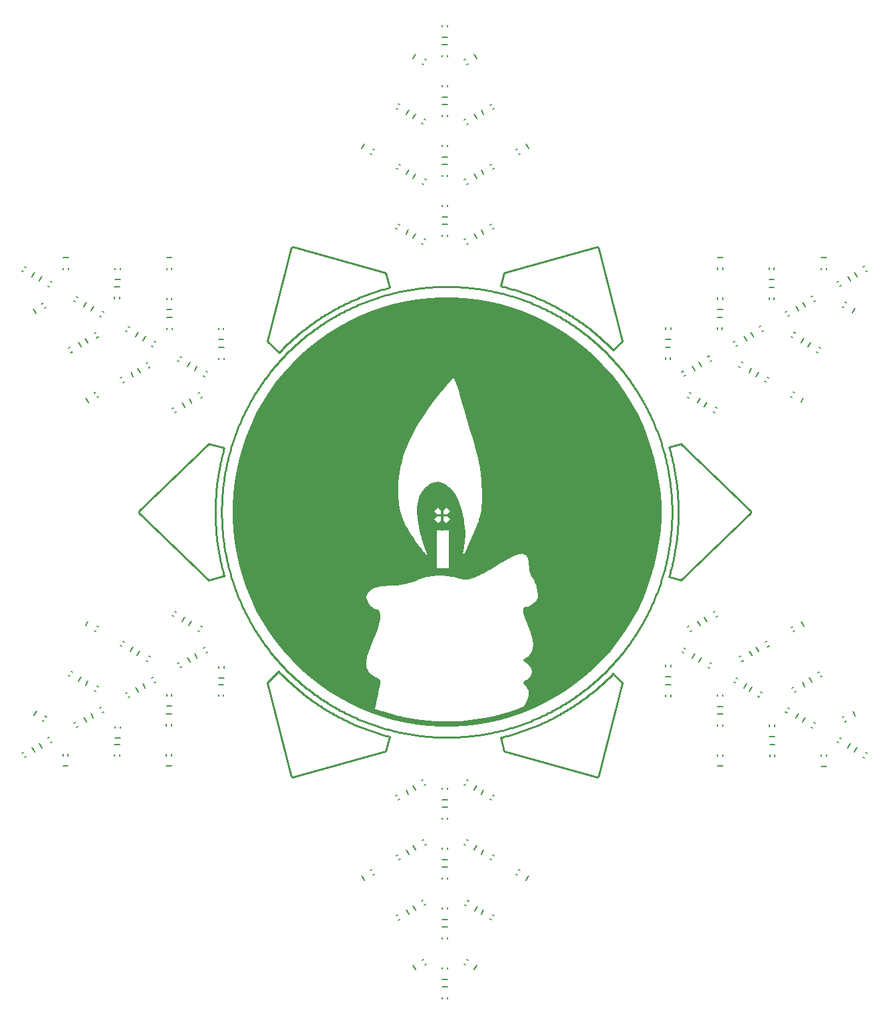
<source format=gto>
G04*
G04 #@! TF.GenerationSoftware,Altium Limited,Altium Designer,18.1.9 (240)*
G04*
G04 Layer_Color=65535*
%FSLAX25Y25*%
%MOIN*%
G70*
G01*
G75*
%ADD10C,0.01000*%
%ADD11C,0.00787*%
G36*
X272539Y369662D02*
X278533Y368986D01*
X284481Y367976D01*
X290361Y366634D01*
X296158Y364964D01*
X301852Y362971D01*
X307425Y360663D01*
X312860Y358046D01*
X318140Y355128D01*
X323247Y351918D01*
X328167Y348427D01*
X332883Y344666D01*
X337381Y340647D01*
X341647Y336381D01*
X345666Y331883D01*
X349427Y327167D01*
X352918Y322247D01*
X356128Y317140D01*
X359046Y311860D01*
X361663Y306425D01*
X363971Y300852D01*
X365964Y295158D01*
X367634Y289362D01*
X368976Y283481D01*
X369986Y277533D01*
X370662Y271539D01*
X371000Y265516D01*
Y262500D01*
Y259484D01*
X370662Y253461D01*
X369986Y247467D01*
X368976Y241519D01*
X367634Y235638D01*
X365964Y229842D01*
X363971Y224148D01*
X361663Y218575D01*
X359046Y213140D01*
X356128Y207860D01*
X352918Y202753D01*
X349427Y197833D01*
X345666Y193117D01*
X341647Y188619D01*
X337381Y184353D01*
X332883Y180334D01*
X328167Y176573D01*
X323247Y173082D01*
X318140Y169872D01*
X312860Y166955D01*
X307425Y164337D01*
X301852Y162029D01*
X296158Y160036D01*
X290361Y158366D01*
X284481Y157024D01*
X278533Y156014D01*
X272539Y155338D01*
X266516Y155000D01*
X260484D01*
X254461Y155338D01*
X248467Y156014D01*
X242519Y157024D01*
X236638Y158366D01*
X230842Y160036D01*
X225148Y162029D01*
X219575Y164337D01*
X214140Y166955D01*
X208860Y169872D01*
X203753Y173082D01*
X198833Y176573D01*
X194117Y180334D01*
X189619Y184353D01*
X185353Y188619D01*
X181334Y193117D01*
X177573Y197833D01*
X174082Y202753D01*
X170872Y207860D01*
X167955Y213140D01*
X165337Y218575D01*
X163029Y224148D01*
X161036Y229842D01*
X159366Y235638D01*
X158024Y241519D01*
X157014Y247467D01*
X156338Y253461D01*
X156000Y259484D01*
Y262500D01*
Y265516D01*
X156338Y271539D01*
X157014Y277533D01*
X158024Y283481D01*
X159366Y289362D01*
X161036Y295158D01*
X163029Y300852D01*
X165337Y306425D01*
X167955Y311860D01*
X170872Y317140D01*
X174082Y322247D01*
X177573Y327167D01*
X181334Y331883D01*
X185353Y336381D01*
X189619Y340647D01*
X194117Y344666D01*
X198833Y348427D01*
X203753Y351918D01*
X208860Y355128D01*
X214140Y358046D01*
X219575Y360663D01*
X225148Y362971D01*
X230842Y364964D01*
X236638Y366634D01*
X242519Y367976D01*
X248467Y368986D01*
X254461Y369662D01*
X260484Y370000D01*
X266516D01*
X272539Y369662D01*
D02*
G37*
%LPC*%
G36*
X266837Y329496D02*
X266750D01*
X266709Y329496D01*
X266629Y329479D01*
X266555Y329446D01*
X266489Y329399D01*
X266489D01*
X266488Y329398D01*
X266275Y329166D01*
X265903Y328760D01*
X265532Y328353D01*
X265163Y327945D01*
X264978Y327741D01*
X264763Y327503D01*
X264336Y327024D01*
X263913Y326541D01*
X263600Y326181D01*
X263492Y326056D01*
X263283Y325813D01*
X263283Y325813D01*
X263040Y325528D01*
X262968Y325443D01*
X262557Y324958D01*
X262076Y324386D01*
X261667Y323896D01*
X261597Y323812D01*
X261359Y323523D01*
X261359Y323523D01*
Y323523D01*
X259937Y321803D01*
X257189Y318284D01*
X254540Y314691D01*
X251990Y311026D01*
X249736Y307586D01*
X247822Y304350D01*
X246059Y301029D01*
X244451Y297631D01*
X243085Y294363D01*
X241969Y291232D01*
X241022Y288046D01*
X240248Y284814D01*
X239733Y282008D01*
X239409Y279649D01*
X239194Y277277D01*
X239086Y274898D01*
Y273304D01*
X239098Y272498D01*
X239123Y271693D01*
X239160Y270888D01*
X239237Y269639D01*
X239400Y267953D01*
X239624Y266273D01*
X239906Y264601D01*
X240230Y263029D01*
X240608Y261560D01*
X241058Y260112D01*
X241579Y258688D01*
X242194Y257231D01*
X242901Y255743D01*
X243672Y254288D01*
X244506Y252867D01*
X245527Y251289D01*
X246712Y249541D01*
X247932Y247818D01*
X249189Y246121D01*
X250000Y245073D01*
X250333Y244647D01*
X250667Y244224D01*
X251004Y243802D01*
X251316Y243415D01*
X251604Y243065D01*
X251894Y242717D01*
X252188Y242372D01*
X252337Y242201D01*
X252462Y242056D01*
X252653Y241836D01*
X252713Y241768D01*
X252964Y241480D01*
X252964Y241480D01*
X253217Y241193D01*
X253352Y241042D01*
X253371Y241028D01*
X253392Y241018D01*
X253415Y241013D01*
X253438D01*
X253459Y241017D01*
X253459Y241017D01*
X253479Y241026D01*
X253479D01*
X253479Y241026D01*
X253498Y241038D01*
X253498D01*
X253505Y241045D01*
X253505D01*
X253519Y241059D01*
X253539Y241090D01*
X253554Y241125D01*
X253561Y241161D01*
Y241187D01*
X253560Y241201D01*
X253558Y241214D01*
X253555Y241227D01*
X253516Y241359D01*
X253441Y241610D01*
X253401Y241742D01*
X253400D01*
X253400Y241742D01*
X253400Y241742D01*
X253364Y241859D01*
X253288Y242103D01*
X253287Y242109D01*
X253247Y242233D01*
X253247Y242233D01*
X253200Y242382D01*
X253101Y242679D01*
X253000Y242975D01*
X252895Y243270D01*
X252778Y243588D01*
X252649Y243930D01*
X252519Y244271D01*
X252385Y244611D01*
X252357Y244681D01*
X252317Y244780D01*
X252317Y244780D01*
X252151Y245211D01*
X252065Y245438D01*
X251907Y245881D01*
X251758Y246327D01*
X251687Y246551D01*
X251687Y246551D01*
X251589Y246864D01*
X251398Y247491D01*
X251212Y248119D01*
X251070Y248610D01*
X250943Y249056D01*
X250941Y249064D01*
X250941Y249064D01*
X250815Y249518D01*
X250657Y250096D01*
X250474Y250786D01*
X250296Y251477D01*
X250209Y251823D01*
X250129Y252148D01*
X249972Y252798D01*
X249822Y253450D01*
X249677Y254103D01*
X249607Y254430D01*
X249607Y254430D01*
X249424Y255331D01*
X249107Y257143D01*
X248856Y258965D01*
X248671Y260796D01*
X248603Y261713D01*
X248592Y261896D01*
X248574Y262263D01*
X248562Y262630D01*
X248556Y262997D01*
X248556Y263181D01*
X248563Y263747D01*
X248619Y264879D01*
X248732Y266006D01*
X248901Y267127D01*
X249007Y267683D01*
X249007D01*
X249007Y267683D01*
X249144Y268298D01*
X249495Y269506D01*
X249946Y270681D01*
X250492Y271815D01*
X250800Y272364D01*
X251111Y272861D01*
X251806Y273804D01*
X252594Y274671D01*
X253467Y275452D01*
X253933Y275808D01*
X253933Y275808D01*
X254294Y276058D01*
X255047Y276507D01*
X255836Y276888D01*
X256657Y277198D01*
X257076Y277326D01*
Y277326D01*
X257300Y277384D01*
X257752Y277478D01*
X258210Y277541D01*
X258671Y277572D01*
X258902Y277576D01*
X259069Y277574D01*
X259405Y277557D01*
X259738Y277524D01*
X260070Y277475D01*
X260235Y277444D01*
X260653Y277348D01*
X261471Y277092D01*
X262258Y276751D01*
X263004Y276330D01*
X263360Y276090D01*
X263775Y275784D01*
X264578Y275134D01*
X265340Y274437D01*
X266057Y273695D01*
X266399Y273308D01*
X266898Y272698D01*
X267814Y271417D01*
X268614Y270061D01*
X269292Y268640D01*
X269585Y267908D01*
X269932Y266951D01*
X270566Y265017D01*
X271120Y263059D01*
X271593Y261079D01*
X271799Y260082D01*
X271992Y259045D01*
X272313Y256960D01*
X272549Y254863D01*
X272700Y252759D01*
X272743Y251705D01*
X272746Y251596D01*
X272751Y251379D01*
X272755Y251163D01*
X272756Y250946D01*
X272757Y250838D01*
X272745Y250042D01*
X272655Y248453D01*
X272475Y246872D01*
X272206Y245304D01*
X272038Y244526D01*
X272038D01*
X272038Y244526D01*
X272009Y244400D01*
X271955Y244151D01*
X271954Y244148D01*
X271937Y244068D01*
X271901Y243896D01*
X271851Y243643D01*
X271828Y243516D01*
X271807Y243406D01*
X271769Y243183D01*
X271734Y242961D01*
X271703Y242738D01*
X271678Y242534D01*
X271660Y242374D01*
X271657Y242351D01*
X271657Y242350D01*
X271638Y242168D01*
X271638Y242165D01*
X271622Y241985D01*
X271622Y241985D01*
X271614Y241893D01*
X271614Y241890D01*
X271614Y241885D01*
X271613Y241880D01*
X271613Y241875D01*
X271613Y241875D01*
Y241847D01*
X271623Y241798D01*
X271623Y241798D01*
X271642Y241751D01*
X271670Y241710D01*
X271688Y241692D01*
X271688Y241692D01*
X271715Y241665D01*
X271715Y241665D01*
X271715Y241665D01*
X271778Y241623D01*
X271778Y241623D01*
X271778Y241623D01*
X271848Y241594D01*
X271848Y241594D01*
X271848D01*
X271922Y241579D01*
X271922Y241579D01*
X271960Y241579D01*
X271960Y241579D01*
X272014Y241579D01*
X272014Y241579D01*
X272053Y241590D01*
X272118Y241609D01*
X272118D01*
X272210Y241667D01*
X272210Y241667D01*
X272283Y241747D01*
X272283Y241748D01*
X272336Y241858D01*
X272336Y241858D01*
X272354Y241895D01*
X272680Y242569D01*
X273422Y244115D01*
X274160Y245665D01*
X274892Y247216D01*
X275606Y248738D01*
X276291Y250235D01*
X276961Y251739D01*
X277616Y253250D01*
X277936Y254008D01*
X278162Y254543D01*
X278586Y255626D01*
X278980Y256718D01*
X279345Y257821D01*
X279512Y258377D01*
X279512D01*
X279630Y258768D01*
X279854Y259551D01*
X280066Y260338D01*
X280267Y261128D01*
X280362Y261524D01*
X280438Y261839D01*
X280570Y262472D01*
X280685Y263109D01*
X280782Y263749D01*
X280864Y264428D01*
X280935Y265145D01*
X280988Y265863D01*
X281024Y266582D01*
X281034Y266943D01*
X281034D01*
X281048Y267464D01*
X281069Y268507D01*
X281083Y269550D01*
X281090Y270594D01*
X281090Y270863D01*
X281090Y271116D01*
X281090Y271126D01*
X281090Y271142D01*
X281090Y271156D01*
Y271195D01*
X281090Y271300D01*
X281090Y271326D01*
X281090Y271326D01*
X281089Y272208D01*
X281053Y273973D01*
X280984Y275736D01*
X280881Y277498D01*
X280749Y279201D01*
X280583Y280843D01*
X280379Y282481D01*
X280137Y284114D01*
X279997Y284928D01*
X279997Y284928D01*
X279845Y285814D01*
X279503Y287580D01*
X279126Y289339D01*
X278712Y291090D01*
X278207Y293042D01*
X277625Y295198D01*
X277020Y297348D01*
X276391Y299490D01*
X276064Y300558D01*
X276064Y300558D01*
X275900Y301097D01*
X275572Y302175D01*
X275246Y303253D01*
X274921Y304331D01*
X274758Y304871D01*
X274574Y305484D01*
X274207Y306712D01*
X273840Y307940D01*
X273474Y309168D01*
X273292Y309782D01*
X273116Y310375D01*
X272765Y311561D01*
X272415Y312747D01*
X272066Y313933D01*
X271891Y314526D01*
X271891Y314526D01*
X271754Y314995D01*
X271481Y315931D01*
X271209Y316868D01*
X270939Y317806D01*
X270805Y318275D01*
X270805Y318275D01*
X270805Y318275D01*
X270597Y319001D01*
X270177Y320451D01*
X269754Y321900D01*
X269326Y323347D01*
X269110Y324071D01*
X268991Y324469D01*
X268743Y325261D01*
X268483Y326050D01*
X268212Y326835D01*
X268070Y327226D01*
X267983Y327468D01*
X267799Y327950D01*
X267606Y328428D01*
X267406Y328902D01*
X267301Y329138D01*
X267301Y329138D01*
X267301Y329138D01*
X267265Y329218D01*
X267152Y329350D01*
X267152Y329351D01*
X267005Y329446D01*
X267005Y329446D01*
X266966Y329457D01*
X266966Y329457D01*
X266954Y329461D01*
X266837Y329496D01*
D02*
G37*
G36*
X263113Y264806D02*
X261721Y263414D01*
Y261466D01*
X263670D01*
X265062Y262857D01*
X263113Y264806D01*
D02*
G37*
G36*
X259071D02*
X257122Y262857D01*
X258514Y261466D01*
X260463D01*
Y263414D01*
X259071Y264806D01*
D02*
G37*
G36*
X263670Y260207D02*
X261721D01*
Y258259D01*
X263113Y256867D01*
X265062Y258815D01*
X263670Y260207D01*
D02*
G37*
G36*
X260463D02*
X258514D01*
X257122Y258815D01*
X259071Y256867D01*
X260463Y258259D01*
Y260207D01*
D02*
G37*
G36*
X301381Y241510D02*
X301104D01*
X300994Y241506D01*
X300884Y241497D01*
X300774Y241485D01*
X300286Y241412D01*
X299426Y241238D01*
X298576Y241021D01*
X297762Y240768D01*
X297739Y240761D01*
X297327Y240610D01*
X297327Y240610D01*
X297184Y240557D01*
X296903Y240445D01*
X296902Y240444D01*
X296896Y240442D01*
X296624Y240324D01*
X296348Y240196D01*
X296009Y240025D01*
X295602Y239818D01*
X295198Y239606D01*
X294795Y239391D01*
X294371Y239160D01*
X293924Y238911D01*
X293479Y238658D01*
X293037Y238402D01*
X292817Y238272D01*
Y238272D01*
X292603Y238146D01*
X292178Y237889D01*
X291755Y237628D01*
X291335Y237363D01*
X291126Y237229D01*
X291126Y237229D01*
X290603Y236894D01*
X289553Y236232D01*
X288498Y235579D01*
X287436Y234936D01*
X286903Y234618D01*
X286903D01*
X286409Y234327D01*
X285416Y233753D01*
X284416Y233191D01*
X283410Y232641D01*
X282905Y232369D01*
X282461Y232135D01*
X281570Y231675D01*
X280673Y231226D01*
X279770Y230789D01*
X279317Y230575D01*
X279317Y230575D01*
X278896Y230382D01*
X278226Y230089D01*
X277489Y229787D01*
X276804Y229528D01*
X276369Y229371D01*
X276369Y229371D01*
X275931Y229222D01*
X275630Y229123D01*
X275133Y228969D01*
X274633Y228824D01*
X274383Y228755D01*
X274227Y228716D01*
X273913Y228653D01*
X273595Y228611D01*
X273275Y228590D01*
X273115Y228587D01*
X273102Y228587D01*
X273094Y228587D01*
X273081Y228587D01*
X272896Y228591D01*
X272526Y228612D01*
X272158Y228653D01*
X272077Y228666D01*
X271611Y228749D01*
X271611Y228749D01*
X271153Y228849D01*
X270514Y228992D01*
X269784Y229161D01*
X269056Y229335D01*
X268692Y229425D01*
X268049Y229584D01*
X266753Y229862D01*
X265449Y230099D01*
X264138Y230295D01*
X263016Y230427D01*
X262085Y230509D01*
X261152Y230564D01*
X260218Y230591D01*
X259600Y230591D01*
X259299Y230589D01*
X259009Y230583D01*
X258998Y230583D01*
X258995Y230583D01*
X258697Y230574D01*
X258547Y230569D01*
X258547Y230569D01*
X257964Y230547D01*
X256802Y230455D01*
X255644Y230315D01*
X254493Y230127D01*
X253922Y230010D01*
Y230010D01*
X253373Y229897D01*
X252284Y229620D01*
X251210Y229293D01*
X250152Y228918D01*
X249632Y228706D01*
X249632Y228706D01*
Y228706D01*
X249141Y228507D01*
X248153Y228124D01*
X247158Y227758D01*
X246158Y227409D01*
X245655Y227241D01*
X245655Y227241D01*
Y227241D01*
X245214Y227099D01*
X244335Y226836D01*
X243447Y226595D01*
X242561Y226380D01*
X242103Y226278D01*
X241643Y226183D01*
X240816Y226029D01*
X239953Y225894D01*
X239086Y225784D01*
X238652Y225738D01*
X238195Y225695D01*
X237280Y225627D01*
X236363Y225582D01*
X235446Y225558D01*
X234987Y225555D01*
X234170Y225554D01*
X232538Y225461D01*
X230914Y225276D01*
X229303Y225000D01*
X228507Y224817D01*
X228507Y224817D01*
Y224817D01*
X227921Y224683D01*
X226798Y224254D01*
X225745Y223675D01*
X224781Y222957D01*
X224353Y222534D01*
X224353Y222534D01*
X224088Y222272D01*
X224026Y222180D01*
X223670Y221653D01*
X223382Y220964D01*
X223236Y220232D01*
Y219859D01*
X223236Y219789D01*
X223241Y219650D01*
X223251Y219510D01*
X223267Y219371D01*
X223352Y218802D01*
X223659Y217837D01*
X224114Y216933D01*
X224708Y216113D01*
X225065Y215755D01*
X225065Y215755D01*
X225065Y215755D01*
X225167Y215653D01*
X225377Y215455D01*
X225592Y215263D01*
X225812Y215077D01*
X225924Y214987D01*
X226034Y214899D01*
X226260Y214730D01*
X226490Y214567D01*
X226725Y214411D01*
X226947Y214274D01*
X227156Y214153D01*
X227369Y214038D01*
X227586Y213931D01*
X227695Y213880D01*
X227767Y213847D01*
X227915Y213798D01*
X228068Y213764D01*
X228224Y213747D01*
X228302Y213747D01*
X228302Y213747D01*
X228560Y213727D01*
X229050Y213563D01*
X229463Y213253D01*
X229628Y213014D01*
X229848Y212586D01*
X229960Y212133D01*
X230041Y211759D01*
X230120Y211198D01*
X230160Y210633D01*
X230165Y210350D01*
X230164Y210238D01*
X230158Y210012D01*
X230145Y209787D01*
X230126Y209562D01*
X230115Y209450D01*
X230035Y208821D01*
X229826Y207569D01*
X229551Y206329D01*
X229210Y205107D01*
X229015Y204503D01*
X228736Y203690D01*
X228152Y202076D01*
X227532Y200474D01*
X226878Y198886D01*
X226537Y198098D01*
X226537D01*
X226537Y198098D01*
X226149Y197212D01*
X225415Y195422D01*
X224723Y193615D01*
X224075Y191792D01*
X223773Y190873D01*
X223602Y190354D01*
X223344Y189291D01*
X223171Y188211D01*
X223084Y187121D01*
Y186574D01*
X223084Y186511D01*
X223084Y186511D01*
X223085Y186385D01*
X223086Y186384D01*
X223088Y186259D01*
X223088Y186256D01*
X223091Y186133D01*
X223094Y186070D01*
X223094Y186070D01*
X223110Y185619D01*
X223117Y185580D01*
X223276Y184732D01*
X223572Y183879D01*
X223990Y183080D01*
X224256Y182715D01*
X224543Y182323D01*
X225206Y181610D01*
X225948Y180980D01*
X226759Y180443D01*
X227193Y180224D01*
X227324Y180158D01*
X227583Y180023D01*
X227594Y180017D01*
X227971Y179813D01*
X228242Y179659D01*
X228409Y179564D01*
X228323Y179613D01*
X228339Y179604D01*
X228460Y179534D01*
X228409Y179564D01*
X228502Y179510D01*
X228525Y179496D01*
X228901Y179266D01*
X228981Y179215D01*
X229068Y179160D01*
X229120Y179128D01*
X229120Y179128D01*
X229210Y179068D01*
X229389Y178948D01*
X229442Y178911D01*
X229828Y178638D01*
X230065Y178235D01*
X230111Y178050D01*
X230147Y177830D01*
X230166Y177608D01*
X230168Y177497D01*
X230130Y177048D01*
X230130Y177047D01*
X230130D01*
X230130Y177047D01*
X230018Y176383D01*
X229790Y175056D01*
X229556Y173731D01*
X229317Y172406D01*
X229196Y171744D01*
X229196Y171744D01*
X229077Y171107D01*
X228833Y169836D01*
X228578Y168566D01*
X228315Y167298D01*
X228180Y166665D01*
X228103Y166326D01*
X227929Y165654D01*
X227727Y164989D01*
X227497Y164333D01*
X227373Y164009D01*
X227373Y164009D01*
X227910Y163812D01*
X228989Y163429D01*
X230073Y163059D01*
X231160Y162700D01*
X231706Y162526D01*
X232754Y162193D01*
X234865Y161570D01*
X236989Y160992D01*
X239124Y160458D01*
X240197Y160213D01*
X242204Y159756D01*
X246252Y159000D01*
X250326Y158402D01*
X254420Y157966D01*
X257062Y157788D01*
X258239Y157723D01*
X259416Y157670D01*
X260594Y157631D01*
X261473Y157612D01*
X262052Y157602D01*
X262631Y157596D01*
X263210Y157592D01*
X265839D01*
X270513Y157801D01*
X275173Y158218D01*
X279809Y158841D01*
X284414Y159671D01*
X288976Y160706D01*
X293488Y161943D01*
X297940Y163379D01*
X300132Y164196D01*
X301907Y164959D01*
X302011Y165155D01*
X302232Y165541D01*
X302467Y165918D01*
X302717Y166286D01*
X302848Y166466D01*
Y166466D01*
X302920Y166563D01*
X303055Y166766D01*
X303180Y166974D01*
X303180Y166974D01*
X303295Y167188D01*
X303412Y167435D01*
X303535Y167712D01*
X303536Y167713D01*
X303551Y167750D01*
X303653Y167993D01*
X303763Y168277D01*
X303868Y168569D01*
X303967Y168870D01*
X304060Y169173D01*
X304145Y169479D01*
X304219Y169770D01*
X304279Y170048D01*
X304330Y170328D01*
X304371Y170609D01*
X304408Y170933D01*
X304439Y171298D01*
X304461Y171664D01*
X304474Y172030D01*
X304475Y172217D01*
X304475Y172224D01*
X304475Y172238D01*
Y172366D01*
X304458Y172615D01*
X304422Y172862D01*
X304369Y173106D01*
X304335Y173225D01*
X304299Y173347D01*
X304210Y173583D01*
X304140Y173734D01*
X304104Y173813D01*
X304103Y173813D01*
X303980Y174033D01*
X303911Y174138D01*
X303911Y174138D01*
X303813Y174285D01*
X303610Y174573D01*
X303399Y174855D01*
X303180Y175131D01*
X303067Y175266D01*
X303067Y175266D01*
X302990Y175358D01*
X302837Y175543D01*
X302687Y175730D01*
X302538Y175918D01*
X302464Y176012D01*
X302403Y176092D01*
X302282Y176253D01*
X302164Y176417D01*
X302049Y176582D01*
X301993Y176665D01*
X301948Y176732D01*
X301860Y176866D01*
X301797Y176964D01*
X301874Y177398D01*
X301893Y177480D01*
X302010Y177555D01*
X302133Y177633D01*
X302255Y177710D01*
X302389Y177795D01*
X302534Y177887D01*
X302680Y177979D01*
X302825Y178071D01*
X302898Y178117D01*
X302979Y178168D01*
X303141Y178270D01*
X303303Y178372D01*
X303465Y178473D01*
X303827Y178700D01*
X304345Y179111D01*
X304815Y179577D01*
X305230Y180093D01*
X305407Y180373D01*
X305407D01*
X305560Y180613D01*
X305794Y181131D01*
X305953Y181677D01*
X306021Y182154D01*
X306033Y182241D01*
X306033Y182245D01*
X306033Y182525D01*
X306033Y182526D01*
X306033Y182541D01*
X306033Y182543D01*
X306033Y182572D01*
X306033Y182575D01*
X306032Y182603D01*
X306032Y182610D01*
X306032Y182634D01*
X306031Y182650D01*
X306031Y182650D01*
X306021Y182966D01*
X305994Y183130D01*
X305915Y183590D01*
X305725Y184194D01*
X305454Y184766D01*
X305280Y185031D01*
X305079Y185337D01*
X304625Y185912D01*
X304121Y186445D01*
X303573Y186931D01*
X303278Y187149D01*
X303278Y187149D01*
X301847Y188207D01*
X301869Y188707D01*
X303351Y189608D01*
X303351Y189608D01*
X303351Y189608D01*
X303583Y189749D01*
X303744Y189867D01*
X304021Y190069D01*
X304430Y190425D01*
X304672Y190674D01*
X304808Y190815D01*
X304880Y190903D01*
X304979Y191025D01*
Y191025D01*
X305157Y191243D01*
X305266Y191399D01*
X305480Y191705D01*
X305766Y192189D01*
X306015Y192695D01*
X306231Y193232D01*
X306413Y193798D01*
X306554Y194376D01*
X306654Y194963D01*
X306683Y195259D01*
X306696Y195385D01*
X306714Y195636D01*
X306726Y195888D01*
X306733Y196141D01*
X306733Y196267D01*
Y196454D01*
X306719Y196828D01*
X306692Y197202D01*
X306651Y197574D01*
X306624Y197759D01*
X306624Y197759D01*
X306598Y197938D01*
X306534Y198294D01*
X306459Y198648D01*
X306372Y198999D01*
X306246Y199448D01*
X306086Y199997D01*
X305922Y200544D01*
X305816Y200886D01*
X305753Y201090D01*
X305666Y201362D01*
X305602Y201561D01*
X305567Y201671D01*
X305512Y201835D01*
X305363Y202288D01*
X305154Y202904D01*
X304940Y203517D01*
X304830Y203823D01*
X304830Y203823D01*
X304721Y204126D01*
X304498Y204730D01*
X304269Y205332D01*
X304035Y205931D01*
X303915Y206230D01*
X303915Y206230D01*
X303694Y206786D01*
X303260Y207900D01*
X302837Y209018D01*
X302425Y210141D01*
X302223Y210704D01*
X302223Y210704D01*
X302223D01*
X302123Y211001D01*
X301948Y211603D01*
X301809Y212214D01*
X301706Y212832D01*
X301669Y213143D01*
X301666Y213168D01*
X301662Y213217D01*
X301659Y213267D01*
X301658Y213317D01*
X301658Y213341D01*
X301663Y213481D01*
X301705Y213759D01*
X301788Y214026D01*
X301910Y214279D01*
X301984Y214398D01*
X302075Y214514D01*
X302295Y214711D01*
X302556Y214849D01*
X302842Y214920D01*
X302990Y214929D01*
X302990Y214929D01*
X303196D01*
X303605Y214973D01*
X304006Y215060D01*
X304397Y215191D01*
X304825Y215387D01*
X305297Y215633D01*
X305756Y215901D01*
X306201Y216193D01*
X306631Y216508D01*
X307046Y216843D01*
X307443Y217200D01*
X307821Y217575D01*
X308001Y217773D01*
X308001D01*
X308141Y217926D01*
X308388Y218261D01*
X308598Y218620D01*
X308769Y218999D01*
X308834Y219197D01*
X308901Y219398D01*
X309002Y219810D01*
X309069Y220229D01*
X309103Y220652D01*
Y220914D01*
X309101Y221015D01*
X309097Y221116D01*
X309091Y221217D01*
X309060Y221635D01*
X308976Y222366D01*
X308866Y223094D01*
X308728Y223818D01*
X308559Y224557D01*
X308358Y225310D01*
X308128Y226055D01*
X307872Y226791D01*
X307608Y227466D01*
X307328Y228075D01*
X307014Y228667D01*
X306740Y229116D01*
X306665Y229239D01*
X306475Y229514D01*
X306475Y229515D01*
X306475Y229515D01*
X306475Y229515D01*
X306474Y229516D01*
X306212Y229917D01*
X306169Y229984D01*
X305980Y230305D01*
X305802Y230633D01*
X305717Y230800D01*
X305641Y230957D01*
X305499Y231278D01*
X305370Y231604D01*
X305256Y231936D01*
X305205Y232103D01*
X305151Y232291D01*
X305055Y232668D01*
X304972Y233049D01*
X304904Y233433D01*
X304875Y233626D01*
X304842Y233871D01*
X304783Y234364D01*
X304732Y234857D01*
X304709Y235137D01*
X304674Y235596D01*
X304674Y235598D01*
X304674D01*
X304674Y235598D01*
X304673Y235610D01*
X304644Y236052D01*
X304643Y236059D01*
X304542Y236956D01*
X304399Y237854D01*
X304213Y238745D01*
X304029Y239460D01*
X303793Y239974D01*
X303467Y240437D01*
X303064Y240834D01*
X302831Y240994D01*
X302647Y241119D01*
X302246Y241312D01*
X301821Y241443D01*
X301381Y241510D01*
D02*
G37*
G36*
X264396Y253314D02*
X258491D01*
Y234417D01*
X264396D01*
Y253314D01*
D02*
G37*
%LPD*%
D10*
X376376Y262500D02*
X376371Y263500D01*
X376358Y264500D01*
X376336Y265501D01*
X376305Y266500D01*
X376265Y267500D01*
X376216Y268499D01*
X376159Y269498D01*
X376092Y270496D01*
X376017Y271493D01*
X375933Y272490D01*
X375840Y273486D01*
X375738Y274481D01*
X375628Y275475D01*
X375508Y276468D01*
X375380Y277461D01*
X375243Y278451D01*
X375097Y279441D01*
X374943Y280429D01*
X374780Y281416D01*
X374607Y282402D01*
X374427Y283385D01*
X374237Y284368D01*
X374039Y285348D01*
X373832Y286327D01*
X373617Y287304D01*
X373393Y288279D01*
X373160Y289251D01*
X372919Y290222D01*
X372669Y291191D01*
X372410Y292157D01*
X372143Y293121D01*
X371867Y294083D01*
X371583Y295042D01*
X371291Y295998D01*
X370990Y296952D01*
X370680Y297903D01*
X370362Y298852D01*
X370036Y299797D01*
X369701Y300740D01*
X369358Y301680D01*
X369007Y302616D01*
X368647Y303550D01*
X368279Y304480D01*
X367903Y305407D01*
X367519Y306330D01*
X367126Y307250D01*
X366725Y308167D01*
X366317Y309080D01*
X365900Y309989D01*
X365475Y310895D01*
X365042Y311797D01*
X364601Y312695D01*
X364153Y313589D01*
X363696Y314478D01*
X363231Y315364D01*
X362759Y316246D01*
X362279Y317124D01*
X361791Y317997D01*
X361295Y318866D01*
X360792Y319730D01*
X360281Y320590D01*
X359762Y321445D01*
X359236Y322296D01*
X358702Y323142D01*
X358161Y323984D01*
X357612Y324820D01*
X357057Y325652D01*
X356493Y326478D01*
X355923Y327300D01*
X355345Y328116D01*
X354760Y328928D01*
X354167Y329734D01*
X353568Y330535D01*
X352961Y331330D01*
X352348Y332120D01*
X351728Y332905D01*
X351100Y333684D01*
X350466Y334457D01*
X349825Y335225D01*
X349177Y335987D01*
X348522Y336744D01*
X347861Y337494D01*
X347193Y338239D01*
X346519Y338978D01*
X345838Y339710D01*
X345150Y340437D01*
X344456Y341158D01*
X343756Y341872D01*
X343050Y342580D01*
X342337Y343282D01*
X341618Y343977D01*
X340893Y344667D01*
X340161Y345349D01*
X339424Y346025D01*
X338681Y346695D01*
X337932Y347358D01*
X337177Y348014D01*
X336416Y348664D01*
X335650Y349306D01*
X334878Y349942D01*
X334100Y350571D01*
X333317Y351194D01*
X332528Y351809D01*
X331734Y352417D01*
X330934Y353018D01*
X330130Y353612D01*
X329320Y354199D01*
X328504Y354779D01*
X327684Y355351D01*
X326859Y355917D01*
X326028Y356474D01*
X325193Y357025D01*
X324353Y357568D01*
X323508Y358103D01*
X322658Y358631D01*
X321804Y359152D01*
X320945Y359665D01*
X320082Y360170D01*
X319214Y360667D01*
X318342Y361157D01*
X317466Y361640D01*
X316585Y362114D01*
X315700Y362580D01*
X314811Y363039D01*
X313918Y363490D01*
X313021Y363933D01*
X312121Y364368D01*
X311216Y364794D01*
X310307Y365213D01*
X309395Y365624D01*
X308480Y366027D01*
X307560Y366421D01*
X306638Y366808D01*
X305712Y367186D01*
X304782Y367556D01*
X303850Y367917D01*
X302914Y368271D01*
X301975Y368616D01*
X301033Y368953D01*
X300088Y369281D01*
X299141Y369601D01*
X298190Y369913D01*
X297237Y370216D01*
X296281Y370511D01*
X295322Y370797D01*
X294361Y371075D01*
X293398Y371344D01*
X292432Y371605D01*
X291464Y371857D01*
X290494Y372100D01*
X289522Y372335D01*
X288547Y372562D01*
X287571Y372779D01*
X286593Y372988D01*
X285613Y373189D01*
X284631Y373380D01*
X283647Y373563D01*
X282662Y373737D01*
X281676Y373903D01*
X280688Y374060D01*
X279699Y374207D01*
X278708Y374347D01*
X277716Y374477D01*
X276723Y374599D01*
X275729Y374711D01*
X274734Y374815D01*
X273739Y374910D01*
X272742Y374997D01*
X271745Y375074D01*
X270747Y375143D01*
X269748Y375203D01*
X268749Y375254D01*
X267750Y375296D01*
X266750Y375329D01*
X265750Y375353D01*
X264750Y375369D01*
X263750Y375376D01*
X262749Y375373D01*
X261749Y375362D01*
X260749Y375342D01*
X259749Y375313D01*
X258750Y375276D01*
X257750Y375229D01*
X256752Y375174D01*
X255753Y375110D01*
X254756Y375037D01*
X253759Y374955D01*
X252763Y374864D01*
X251767Y374764D01*
X250773Y374656D01*
X249779Y374539D01*
X248787Y374413D01*
X247796Y374278D01*
X246806Y374134D01*
X245817Y373982D01*
X244830Y373821D01*
X243844Y373651D01*
X242860Y373473D01*
X241877Y373285D01*
X240896Y373090D01*
X239917Y372885D01*
X238940Y372672D01*
X237965Y372449D01*
X236991Y372219D01*
X236020Y371980D01*
X235051Y371732D01*
X234084Y371476D01*
X233119Y371211D01*
X232157Y370937D01*
X231197Y370655D01*
X230240Y370364D01*
X229286Y370065D01*
X228334Y369758D01*
X227385Y369442D01*
X226438Y369118D01*
X225495Y368785D01*
X224554Y368444D01*
X223617Y368095D01*
X222683Y367738D01*
X221752Y367372D01*
X220824Y366998D01*
X219900Y366615D01*
X218979Y366225D01*
X218061Y365826D01*
X217147Y365419D01*
X216237Y365005D01*
X215331Y364582D01*
X214428Y364151D01*
X213529Y363712D01*
X212634Y363265D01*
X211743Y362810D01*
X210856Y362348D01*
X209974Y361877D01*
X209095Y361399D01*
X208221Y360913D01*
X207351Y360419D01*
X206485Y359918D01*
X205624Y359409D01*
X204767Y358892D01*
X203916Y358368D01*
X203068Y357836D01*
X202226Y357297D01*
X201388Y356750D01*
X200555Y356196D01*
X199727Y355634D01*
X198905Y355066D01*
X198087Y354489D01*
X197274Y353906D01*
X196467Y353316D01*
X195665Y352718D01*
X194868Y352114D01*
X194076Y351502D01*
X193290Y350883D01*
X192510Y350257D01*
X191735Y349625D01*
X190966Y348985D01*
X190202Y348339D01*
X189444Y347686D01*
X188692Y347027D01*
X187946Y346360D01*
X187206Y345688D01*
X186472Y345008D01*
X185744Y344322D01*
X185022Y343630D01*
X184306Y342932D01*
X183596Y342227D01*
X182893Y341515D01*
X182196Y340798D01*
X181505Y340074D01*
X180821Y339345D01*
X180143Y338609D01*
X179472Y337867D01*
X178807Y337120D01*
X178149Y336366D01*
X177498Y335607D01*
X176854Y334842D01*
X176216Y334071D01*
X175585Y333295D01*
X174961Y332513D01*
X174344Y331726D01*
X173734Y330933D01*
X173131Y330135D01*
X172536Y329331D01*
X171947Y328522D01*
X171365Y327709D01*
X170791Y326889D01*
X170224Y326065D01*
X169664Y325236D01*
X169112Y324402D01*
X168567Y323563D01*
X168030Y322720D01*
X167500Y321871D01*
X166978Y321018D01*
X166463Y320161D01*
X165956Y319298D01*
X165456Y318432D01*
X164964Y317561D01*
X164480Y316685D01*
X164004Y315806D01*
X163535Y314922D01*
X163075Y314034D01*
X162622Y313142D01*
X162177Y312246D01*
X161741Y311346D01*
X161312Y310442D01*
X160891Y309535D01*
X160478Y308624D01*
X160073Y307709D01*
X159677Y306791D01*
X159288Y305869D01*
X158908Y304944D01*
X158536Y304015D01*
X158172Y303083D01*
X157817Y302149D01*
X157469Y301210D01*
X157131Y300269D01*
X156800Y299325D01*
X156478Y298378D01*
X156164Y297428D01*
X155859Y296476D01*
X155562Y295520D01*
X155274Y294563D01*
X154994Y293602D01*
X154722Y292640D01*
X154460Y291674D01*
X154205Y290707D01*
X153960Y289737D01*
X153723Y288766D01*
X153494Y287792D01*
X153274Y286816D01*
X153063Y285838D01*
X152861Y284858D01*
X152667Y283877D01*
X152482Y282894D01*
X152305Y281909D01*
X152138Y280923D01*
X151979Y279936D01*
X151829Y278947D01*
X151687Y277957D01*
X151555Y276965D01*
X151431Y275972D01*
X151316Y274979D01*
X151210Y273984D01*
X151112Y272989D01*
X151024Y271992D01*
X150944Y270995D01*
X150873Y269997D01*
X150811Y268999D01*
X150758Y268000D01*
X150714Y267001D01*
X150679Y266001D01*
X150652Y265001D01*
X150634Y264001D01*
X150625Y263001D01*
Y262000D01*
X150634Y261000D01*
X150652Y260000D01*
X150678Y259000D01*
X150714Y258000D01*
X150758Y257001D01*
X150811Y256002D01*
X150873Y255004D01*
X150944Y254006D01*
X151024Y253009D01*
X151112Y252013D01*
X151210Y251017D01*
X151316Y250022D01*
X151431Y249029D01*
X151555Y248036D01*
X151687Y247045D01*
X151829Y246054D01*
X151979Y245065D01*
X152138Y244078D01*
X152305Y243092D01*
X152482Y242107D01*
X152667Y241124D01*
X152860Y240143D01*
X153063Y239163D01*
X153274Y238185D01*
X153494Y237210D01*
X153722Y236236D01*
X153959Y235264D01*
X154205Y234294D01*
X154459Y233327D01*
X154722Y232362D01*
X154993Y231399D01*
X155273Y230438D01*
X155562Y229481D01*
X155859Y228525D01*
X156164Y227573D01*
X156478Y226623D01*
X156800Y225676D01*
X157130Y224732D01*
X157469Y223791D01*
X157816Y222853D01*
X158172Y221918D01*
X158536Y220986D01*
X158908Y220057D01*
X159288Y219132D01*
X159676Y218210D01*
X160073Y217292D01*
X160477Y216377D01*
X160890Y215466D01*
X161311Y214559D01*
X161740Y213655D01*
X162177Y212755D01*
X162622Y211859D01*
X163074Y210967D01*
X163535Y210079D01*
X164003Y209195D01*
X164480Y208316D01*
X164964Y207440D01*
X165456Y206569D01*
X165955Y205703D01*
X166462Y204840D01*
X166977Y203983D01*
X167499Y203130D01*
X168029Y202281D01*
X168567Y201438D01*
X169112Y200599D01*
X169664Y199765D01*
X170223Y198936D01*
X170790Y198111D01*
X171365Y197292D01*
X171946Y196478D01*
X172535Y195670D01*
X173131Y194866D01*
X173733Y194068D01*
X174343Y193275D01*
X174960Y192488D01*
X175584Y191706D01*
X176215Y190930D01*
X176853Y190159D01*
X177497Y189394D01*
X178148Y188635D01*
X178806Y187881D01*
X179471Y187134D01*
X180142Y186392D01*
X180820Y185656D01*
X181504Y184927D01*
X182195Y184203D01*
X182892Y183486D01*
X183595Y182774D01*
X184305Y182069D01*
X185021Y181371D01*
X185743Y180678D01*
X186471Y179993D01*
X187205Y179313D01*
X187945Y178640D01*
X188691Y177974D01*
X189443Y177314D01*
X190201Y176662D01*
X190965Y176015D01*
X191734Y175376D01*
X192509Y174743D01*
X193289Y174118D01*
X194075Y173499D01*
X194867Y172887D01*
X195664Y172283D01*
X196466Y171685D01*
X197273Y171095D01*
X198086Y170511D01*
X198904Y169935D01*
X199726Y169366D01*
X200554Y168805D01*
X201387Y168251D01*
X202225Y167704D01*
X203067Y167165D01*
X203914Y166633D01*
X204766Y166109D01*
X205623Y165592D01*
X206484Y165083D01*
X207349Y164581D01*
X208219Y164088D01*
X209094Y163602D01*
X209972Y163123D01*
X210855Y162653D01*
X211742Y162190D01*
X212633Y161735D01*
X213528Y161289D01*
X214427Y160850D01*
X215329Y160419D01*
X216236Y159996D01*
X217146Y159581D01*
X218060Y159175D01*
X218977Y158776D01*
X219898Y158385D01*
X220823Y158003D01*
X221750Y157629D01*
X222681Y157263D01*
X223616Y156906D01*
X224553Y156556D01*
X225493Y156215D01*
X226437Y155883D01*
X227383Y155558D01*
X228332Y155243D01*
X229284Y154935D01*
X230239Y154636D01*
X231196Y154346D01*
X232155Y154063D01*
X233118Y153790D01*
X234082Y153525D01*
X235049Y153269D01*
X236018Y153021D01*
X236989Y152781D01*
X237963Y152551D01*
X238938Y152329D01*
X239915Y152116D01*
X240894Y151911D01*
X241875Y151715D01*
X242858Y151528D01*
X243842Y151349D01*
X244828Y151179D01*
X245815Y151018D01*
X246804Y150866D01*
X247794Y150722D01*
X248785Y150587D01*
X249777Y150461D01*
X250771Y150344D01*
X251765Y150236D01*
X252760Y150136D01*
X253757Y150046D01*
X254753Y149963D01*
X255751Y149890D01*
X256749Y149826D01*
X257748Y149771D01*
X258747Y149724D01*
X259747Y149687D01*
X260747Y149658D01*
X261747Y149638D01*
X262747Y149627D01*
X263747Y149624D01*
X264748Y149631D01*
X265748Y149646D01*
X266748Y149671D01*
X267748Y149704D01*
X268747Y149746D01*
X269746Y149797D01*
X270744Y149857D01*
X271742Y149925D01*
X272740Y150003D01*
X273736Y150089D01*
X274732Y150184D01*
X275727Y150288D01*
X276721Y150401D01*
X277714Y150523D01*
X278706Y150653D01*
X279696Y150792D01*
X280685Y150940D01*
X281673Y151097D01*
X282660Y151262D01*
X283645Y151436D01*
X284628Y151619D01*
X285610Y151811D01*
X286590Y152011D01*
X287568Y152220D01*
X288545Y152438D01*
X289519Y152664D01*
X290491Y152899D01*
X291462Y153142D01*
X292430Y153394D01*
X293395Y153655D01*
X294359Y153924D01*
X295320Y154202D01*
X296278Y154488D01*
X297234Y154783D01*
X298187Y155086D01*
X299138Y155398D01*
X300085Y155718D01*
X301030Y156046D01*
X301972Y156383D01*
X302911Y156728D01*
X303847Y157081D01*
X304780Y157443D01*
X305709Y157813D01*
X306635Y158191D01*
X307558Y158578D01*
X308477Y158972D01*
X309393Y159375D01*
X310305Y159785D01*
X311213Y160204D01*
X312118Y160631D01*
X313018Y161066D01*
X313915Y161509D01*
X314809Y161960D01*
X315697Y162418D01*
X316582Y162885D01*
X317463Y163359D01*
X318339Y163841D01*
X319212Y164331D01*
X320079Y164828D01*
X320943Y165334D01*
X321801Y165847D01*
X322656Y166367D01*
X323505Y166895D01*
X324350Y167430D01*
X325190Y167973D01*
X326026Y168524D01*
X326856Y169082D01*
X327681Y169647D01*
X328502Y170219D01*
X329317Y170799D01*
X330127Y171386D01*
X330932Y171980D01*
X331731Y172581D01*
X332525Y173189D01*
X333314Y173804D01*
X334097Y174426D01*
X334875Y175055D01*
X335647Y175691D01*
X336414Y176334D01*
X337174Y176984D01*
X337929Y177640D01*
X338678Y178303D01*
X339422Y178972D01*
X340159Y179648D01*
X340890Y180331D01*
X341615Y181020D01*
X342334Y181716D01*
X343047Y182417D01*
X343754Y183125D01*
X344454Y183840D01*
X345148Y184560D01*
X345835Y185287D01*
X346516Y186020D01*
X347191Y186758D01*
X347859Y187503D01*
X348520Y188253D01*
X349174Y189010D01*
X349822Y189772D01*
X350464Y190540D01*
X351098Y191313D01*
X351725Y192092D01*
X352346Y192877D01*
X352959Y193667D01*
X353566Y194462D01*
X354165Y195263D01*
X354757Y196069D01*
X355343Y196880D01*
X355920Y197697D01*
X356491Y198519D01*
X357054Y199345D01*
X357610Y200177D01*
X358159Y201013D01*
X358700Y201854D01*
X359234Y202700D01*
X359760Y203551D01*
X360279Y204406D01*
X360790Y205266D01*
X361293Y206131D01*
X361789Y207000D01*
X362277Y207873D01*
X362757Y208750D01*
X363229Y209632D01*
X363694Y210518D01*
X364151Y211408D01*
X364599Y212302D01*
X365040Y213200D01*
X365473Y214101D01*
X365898Y215007D01*
X366315Y215916D01*
X366724Y216829D01*
X367124Y217746D01*
X367517Y218666D01*
X367901Y219589D01*
X368278Y220516D01*
X368645Y221446D01*
X369005Y222380D01*
X369356Y223316D01*
X369700Y224256D01*
X370034Y225199D01*
X370361Y226144D01*
X370679Y227093D01*
X370988Y228044D01*
X371289Y228998D01*
X371582Y229954D01*
X371866Y230913D01*
X372142Y231875D01*
X372409Y232839D01*
X372668Y233805D01*
X372918Y234774D01*
X373159Y235744D01*
X373392Y236717D01*
X373616Y237692D01*
X373831Y238669D01*
X374038Y239648D01*
X374236Y240628D01*
X374426Y241610D01*
X374607Y242594D01*
X374779Y243579D01*
X374942Y244566D01*
X375097Y245554D01*
X375242Y246544D01*
X375379Y247535D01*
X375508Y248527D01*
X375627Y249520D01*
X375738Y250514D01*
X375839Y251509D01*
X375933Y252505D01*
X376017Y253502D01*
X376092Y254500D01*
X376158Y255498D01*
X376216Y256496D01*
X376265Y257495D01*
X376305Y258495D01*
X376336Y259495D01*
X376358Y260495D01*
X376371Y261495D01*
X376376Y262495D01*
Y262500D01*
X346936Y343566D02*
X346238Y344279D01*
X345533Y344985D01*
X344823Y345686D01*
X344106Y346380D01*
X343384Y347069D01*
X342655Y347751D01*
X341921Y348427D01*
X341181Y349096D01*
X340435Y349759D01*
X339684Y350416D01*
X338927Y351066D01*
X338165Y351710D01*
X337397Y352347D01*
X336623Y352978D01*
X335844Y353602D01*
X335060Y354219D01*
X334271Y354829D01*
X333476Y355433D01*
X332677Y356030D01*
X331872Y356620D01*
X331062Y357203D01*
X330247Y357779D01*
X329428Y358348D01*
X328603Y358910D01*
X327773Y359465D01*
X326939Y360013D01*
X326101Y360553D01*
X325257Y361086D01*
X324409Y361613D01*
X323557Y362131D01*
X322700Y362643D01*
X321839Y363147D01*
X320973Y363644D01*
X320104Y364133D01*
X319230Y364615D01*
X318352Y365089D01*
X317470Y365556D01*
X316584Y366015D01*
X315694Y366466D01*
X314800Y366910D01*
X313903Y367347D01*
X313002Y367775D01*
X312097Y368196D01*
X311188Y368609D01*
X310276Y369014D01*
X309361Y369411D01*
X308442Y369801D01*
X307520Y370182D01*
X306595Y370556D01*
X305666Y370922D01*
X304735Y371279D01*
X303800Y371629D01*
X302863Y371971D01*
X301922Y372304D01*
X300979Y372630D01*
X300033Y372947D01*
X299084Y373257D01*
X298133Y373558D01*
X297179Y373851D01*
X296222Y374135D01*
X295264Y374412D01*
X294303Y374680D01*
X293339Y374940D01*
X292374Y375192D01*
X291406Y375436D01*
X290436Y375671D01*
X290381Y149500D02*
X291349Y149735D01*
X292314Y149978D01*
X293278Y150229D01*
X294240Y150488D01*
X295199Y150756D01*
X296156Y151032D01*
X297110Y151316D01*
X298062Y151608D01*
X299012Y151908D01*
X299959Y152217D01*
X300903Y152534D01*
X301844Y152858D01*
X302783Y153191D01*
X303719Y153532D01*
X304651Y153881D01*
X305581Y154238D01*
X306508Y154602D01*
X307431Y154975D01*
X308351Y155356D01*
X309268Y155744D01*
X310182Y156140D01*
X311092Y156545D01*
X311999Y156957D01*
X312902Y157376D01*
X313802Y157804D01*
X314697Y158239D01*
X315589Y158681D01*
X316478Y159132D01*
X317362Y159590D01*
X318242Y160055D01*
X319118Y160529D01*
X319991Y161009D01*
X320859Y161497D01*
X321723Y161993D01*
X322582Y162496D01*
X323438Y163006D01*
X324288Y163523D01*
X325135Y164048D01*
X325976Y164580D01*
X326814Y165120D01*
X327646Y165666D01*
X328474Y166219D01*
X329297Y166780D01*
X330116Y167348D01*
X330929Y167922D01*
X331737Y168504D01*
X332541Y169093D01*
X333339Y169688D01*
X334132Y170290D01*
X334920Y170899D01*
X335703Y171515D01*
X336480Y172137D01*
X337252Y172766D01*
X338019Y173402D01*
X338780Y174044D01*
X339536Y174693D01*
X340286Y175348D01*
X341030Y176009D01*
X341769Y176677D01*
X342502Y177351D01*
X343229Y178032D01*
X343950Y178718D01*
X344666Y179411D01*
X345375Y180110D01*
X346078Y180815D01*
X346775Y181526D01*
X234809Y374896D02*
X233839Y374644D01*
X232871Y374383D01*
X231906Y374114D01*
X230943Y373837D01*
X229983Y373552D01*
X229025Y373258D01*
X228069Y372956D01*
X227116Y372646D01*
X226166Y372328D01*
X225219Y372001D01*
X224275Y371667D01*
X223333Y371324D01*
X222395Y370973D01*
X221459Y370614D01*
X220527Y370246D01*
X219598Y369871D01*
X218672Y369488D01*
X217750Y369097D01*
X216831Y368698D01*
X215915Y368290D01*
X215003Y367876D01*
X214095Y367453D01*
X213190Y367022D01*
X212289Y366584D01*
X211392Y366137D01*
X210499Y365683D01*
X209609Y365222D01*
X208724Y364752D01*
X207843Y364276D01*
X206966Y363791D01*
X206093Y363299D01*
X205224Y362799D01*
X204360Y362292D01*
X203501Y361777D01*
X202645Y361256D01*
X201795Y360726D01*
X200948Y360190D01*
X200107Y359646D01*
X199270Y359094D01*
X198438Y358536D01*
X197611Y357970D01*
X196789Y357398D01*
X195972Y356818D01*
X195159Y356231D01*
X194352Y355637D01*
X193551Y355037D01*
X192754Y354429D01*
X191962Y353814D01*
X191176Y353193D01*
X190396Y352565D01*
X189620Y351930D01*
X188851Y351289D01*
X188086Y350641D01*
X187328Y349986D01*
X186575Y349325D01*
X185828Y348657D01*
X185087Y347983D01*
X184351Y347303D01*
X183622Y346616D01*
X182898Y345923D01*
X182181Y345223D01*
X181469Y344518D01*
X180764Y343806D01*
X180065Y343089D01*
X179372Y342365D01*
X179294Y182500D02*
X179988Y181776D01*
X180688Y181058D01*
X181395Y180346D01*
X182107Y179640D01*
X182825Y178940D01*
X183550Y178247D01*
X184280Y177560D01*
X185017Y176879D01*
X185759Y176205D01*
X186507Y175537D01*
X187260Y174875D01*
X188020Y174220D01*
X188785Y173572D01*
X189555Y172930D01*
X190331Y172295D01*
X191113Y171667D01*
X191900Y171045D01*
X192692Y170430D01*
X193490Y169822D01*
X194292Y169221D01*
X195100Y168627D01*
X195914Y168040D01*
X196731Y167460D01*
X197555Y166887D01*
X198382Y166322D01*
X199215Y165763D01*
X200053Y165211D01*
X200895Y164667D01*
X201742Y164130D01*
X202594Y163601D01*
X203450Y163079D01*
X204311Y162564D01*
X205176Y162057D01*
X206045Y161557D01*
X206919Y161065D01*
X207797Y160580D01*
X208679Y160103D01*
X209565Y159633D01*
X210455Y159171D01*
X211349Y158717D01*
X212247Y158271D01*
X213149Y157832D01*
X214054Y157401D01*
X214964Y156978D01*
X215877Y156563D01*
X216793Y156156D01*
X217713Y155757D01*
X218636Y155365D01*
X219563Y154982D01*
X220493Y154607D01*
X221426Y154239D01*
X222362Y153880D01*
X223302Y153529D01*
X224244Y153186D01*
X225189Y152851D01*
X226137Y152524D01*
X227088Y152206D01*
X228042Y151896D01*
X228998Y151594D01*
X229957Y151300D01*
X230918Y151014D01*
X231882Y150737D01*
X232848Y150469D01*
X233817Y150208D01*
X234786Y149956D01*
X374851Y229943D02*
X375128Y230903D01*
X375395Y231866D01*
X375655Y232830D01*
X375906Y233797D01*
X376150Y234766D01*
X376384Y235738D01*
X376610Y236711D01*
X376828Y237686D01*
X377038Y238663D01*
X377239Y239641D01*
X377432Y240622D01*
X377616Y241604D01*
X377792Y242587D01*
X377959Y243572D01*
X378117Y244559D01*
X378268Y245547D01*
X378410Y246535D01*
X378543Y247526D01*
X378667Y248517D01*
X378784Y249509D01*
X378891Y250503D01*
X378990Y251497D01*
X379081Y252492D01*
X379163Y253488D01*
X379236Y254484D01*
X379301Y255481D01*
X379357Y256479D01*
X379404Y257477D01*
X379443Y258475D01*
X379474Y259474D01*
X379496Y260472D01*
X379509Y261472D01*
X379513Y262471D01*
X379509Y263470D01*
X379497Y264469D01*
X379475Y265468D01*
X379445Y266466D01*
X379407Y267465D01*
X379360Y268463D01*
X379304Y269460D01*
X379240Y270457D01*
X379167Y271454D01*
X379086Y272450D01*
X378996Y273445D01*
X378897Y274439D01*
X378790Y275432D01*
X378675Y276425D01*
X378550Y277416D01*
X378418Y278406D01*
X378276Y279395D01*
X378127Y280383D01*
X377968Y281370D01*
X377802Y282355D01*
X377626Y283338D01*
X377443Y284321D01*
X377251Y285301D01*
X377050Y286280D01*
X376841Y287257D01*
X376624Y288232D01*
X376398Y289205D01*
X376164Y290177D01*
X375921Y291146D01*
X375670Y292113D01*
X375411Y293078D01*
X375144Y294040D01*
X374868Y295000D01*
X151917Y294500D02*
X151646Y293540D01*
X151383Y292577D01*
X151129Y291612D01*
X150883Y290645D01*
X150645Y289676D01*
X150416Y288705D01*
X150194Y287732D01*
X149982Y286757D01*
X149777Y285780D01*
X149581Y284802D01*
X149394Y283821D01*
X149215Y282840D01*
X149044Y281856D01*
X148882Y280872D01*
X148728Y279886D01*
X148583Y278899D01*
X148447Y277910D01*
X148318Y276921D01*
X148198Y275930D01*
X148087Y274938D01*
X147985Y273946D01*
X147891Y272952D01*
X147805Y271958D01*
X147728Y270963D01*
X147660Y269968D01*
X147600Y268972D01*
X147548Y267975D01*
X147505Y266978D01*
X147471Y265981D01*
X147446Y264983D01*
X147429Y263985D01*
X147420Y262988D01*
X147420Y261990D01*
X147429Y260992D01*
X147446Y259994D01*
X147472Y258997D01*
X147506Y257999D01*
X147549Y257002D01*
X147601Y256006D01*
X147661Y255010D01*
X147730Y254014D01*
X147807Y253019D01*
X147893Y252025D01*
X147987Y251032D01*
X148090Y250039D01*
X148201Y249048D01*
X148321Y248057D01*
X148450Y247067D01*
X148586Y246079D01*
X148732Y245092D01*
X148886Y244106D01*
X149048Y243121D01*
X149219Y242138D01*
X149398Y241156D01*
X149586Y240176D01*
X149782Y239198D01*
X149986Y238221D01*
X150199Y237246D01*
X150421Y236273D01*
X150650Y235302D01*
X150888Y234333D01*
X151135Y233366D01*
X151389Y232401D01*
X151652Y231439D01*
X151923Y230478D01*
X380936Y296771D02*
X415680Y262843D01*
X380936Y228164D02*
X415680Y262091D01*
X109254Y262843D02*
X143998Y296771D01*
X291995Y382218D02*
X338747Y395341D01*
X291995Y142717D02*
X338747Y129593D01*
X186500Y395253D02*
X232939Y382218D01*
X186187Y129593D02*
X232939Y142717D01*
X109254Y262091D02*
X143998Y228164D01*
X339401Y129969D02*
X351409Y177020D01*
X173526D02*
X185534Y129969D01*
X339401Y394965D02*
X351500Y348000D01*
X173526Y347914D02*
X185534Y394965D01*
X374868Y295000D02*
X380936Y296771D01*
X346936Y343566D02*
X351500Y348000D01*
X173526Y347914D02*
X179372Y342365D01*
X143998Y296771D02*
X151917Y294500D01*
X415680Y262091D02*
Y262843D01*
X375000Y229899D02*
X381000Y228226D01*
X173526Y177020D02*
X179294Y182500D01*
X143998Y228164D02*
X152000Y230500D01*
X290436Y375671D02*
X291995Y382218D01*
X290381Y149500D02*
X291995Y142717D01*
X232939Y382218D02*
X234782Y375000D01*
X232939Y142717D02*
X234798Y150000D01*
X346646Y181650D02*
X351409Y177020D01*
X338747Y395341D02*
X339401Y394965D01*
X338747Y129593D02*
X339401Y129969D01*
X185534Y394965D02*
X186500Y395253D01*
X185534Y129969D02*
X186187Y129593D01*
X109254Y262091D02*
Y262843D01*
X261092Y267907D02*
X268163Y260836D01*
X255435Y262251D02*
X261092Y267907D01*
X254021Y260836D02*
X261092Y253765D01*
X262506Y255180D02*
X268163Y260836D01*
D11*
X272178Y96119D02*
X272860Y95726D01*
X273458Y98335D02*
X274140Y97942D01*
X277293Y93167D02*
X278572Y95383D01*
X239200Y118197D02*
X239882Y118591D01*
X237920Y120413D02*
X238602Y120807D01*
X243035Y123366D02*
X244314Y121150D01*
X250860Y127942D02*
X251542Y128335D01*
X252140Y125725D02*
X252822Y126119D01*
X246428Y125383D02*
X247707Y123167D01*
X272178Y126119D02*
X272860Y125725D01*
X273458Y128335D02*
X274140Y127942D01*
X277293Y123167D02*
X278572Y125383D01*
X286398Y120807D02*
X287080Y120413D01*
X285118Y118591D02*
X285800Y118197D01*
X280686Y121150D02*
X281965Y123366D01*
X298058Y81062D02*
X298740Y80668D01*
X299338Y83279D02*
X300020Y82885D01*
X303172Y78110D02*
X304452Y80326D01*
X286398Y90807D02*
X287080Y90413D01*
X285118Y88591D02*
X285800Y88197D01*
X280686Y91150D02*
X281965Y93366D01*
X251072Y97942D02*
X251754Y98335D01*
X252351Y95726D02*
X253033Y96119D01*
X246639Y95383D02*
X247919Y93166D01*
X239411Y88197D02*
X240093Y88591D01*
X238132Y90413D02*
X238814Y90807D01*
X243246Y93366D02*
X244526Y91150D01*
X225192Y82885D02*
X225874Y83279D01*
X226472Y80668D02*
X227154Y81062D01*
X220760Y80326D02*
X222039Y78110D01*
X261221Y123606D02*
Y124394D01*
X263779Y123606D02*
Y124394D01*
X261221Y118488D02*
X263779D01*
Y108606D02*
Y109394D01*
X261221Y108606D02*
Y109394D01*
Y114512D02*
X263779D01*
X261221Y93606D02*
Y94394D01*
X263779Y93606D02*
Y94394D01*
X261221Y88488D02*
X263779D01*
X239306Y58016D02*
X239988Y58410D01*
X238026Y60232D02*
X238708Y60626D01*
X243141Y63185D02*
X244420Y60969D01*
X250966Y67761D02*
X251648Y68154D01*
X252246Y65544D02*
X252927Y65938D01*
X246534Y65202D02*
X247813Y62985D01*
X263779Y78606D02*
Y79394D01*
X261221Y78606D02*
Y79394D01*
Y84512D02*
X263779D01*
X286398Y60807D02*
X287080Y60413D01*
X285118Y58591D02*
X285800Y58197D01*
X280686Y61150D02*
X281965Y63366D01*
X272448Y65658D02*
X273130Y65264D01*
X273727Y67874D02*
X274409Y67480D01*
X277562Y62705D02*
X278842Y64921D01*
X261221Y63606D02*
Y64394D01*
X263779Y63606D02*
Y64394D01*
X261221Y58488D02*
X263779D01*
X251072Y37942D02*
X251754Y38335D01*
X252351Y35726D02*
X253033Y36119D01*
X246639Y35383D02*
X247919Y33166D01*
X263779Y48606D02*
Y49394D01*
X261221Y48606D02*
Y49394D01*
Y54512D02*
X263779D01*
X272178Y36119D02*
X272860Y35726D01*
X273458Y38335D02*
X274140Y37942D01*
X277293Y33166D02*
X278572Y35383D01*
X263779Y18606D02*
Y19394D01*
X261221Y18606D02*
Y19394D01*
Y24512D02*
X263779D01*
X261221Y33606D02*
Y34394D01*
X263779Y33606D02*
Y34394D01*
X261221Y28488D02*
X263779D01*
X151595Y170235D02*
Y171022D01*
X149037Y170235D02*
Y171022D01*
Y176140D02*
X151595D01*
X373101Y185069D02*
Y185857D01*
X375660Y185069D02*
Y185857D01*
X373101Y179951D02*
X375660D01*
X375626Y339137D02*
Y339924D01*
X373067Y339137D02*
Y339924D01*
Y345042D02*
X375626D01*
X86905Y322143D02*
X87587Y322536D01*
X88185Y319927D02*
X88867Y320320D01*
X82473Y319584D02*
X83753Y317368D01*
X263779Y430606D02*
Y431394D01*
X261221Y430606D02*
Y431394D01*
Y436512D02*
X263779D01*
X149221Y184407D02*
Y185194D01*
X151779Y184407D02*
Y185194D01*
X149221Y179289D02*
X151779D01*
X401797Y155282D02*
Y156069D01*
X399238Y155282D02*
Y156069D01*
Y161187D02*
X401797D01*
X399098Y369107D02*
Y369895D01*
X401657Y369107D02*
Y369895D01*
X399098Y363989D02*
X401657D01*
X125698Y354001D02*
Y354788D01*
X123140Y354001D02*
Y354788D01*
Y359906D02*
X125698D01*
X273458Y426665D02*
X274140Y427058D01*
X272178Y428881D02*
X272860Y429275D01*
X277293Y431834D02*
X278572Y429617D01*
X123000Y170389D02*
Y171176D01*
X125559Y170389D02*
Y171176D01*
X123000Y165270D02*
X125559D01*
X399288Y140311D02*
Y141099D01*
X401847Y140311D02*
Y141099D01*
X399288Y135193D02*
X401847D01*
X401707Y384078D02*
Y384865D01*
X399148Y384078D02*
Y384865D01*
Y389983D02*
X401707D01*
X112885Y337027D02*
X113567Y337421D01*
X114165Y334811D02*
X114847Y335204D01*
X108453Y334468D02*
X109732Y332252D01*
X263779Y400606D02*
Y401394D01*
X261221Y400606D02*
Y401394D01*
Y406512D02*
X263779D01*
X125509Y155418D02*
Y156205D01*
X122950Y155418D02*
Y156205D01*
Y161324D02*
X125509D01*
X375710Y170099D02*
Y170886D01*
X373151Y170099D02*
Y170886D01*
Y176004D02*
X375710D01*
X373117Y354107D02*
Y354895D01*
X375676Y354107D02*
Y354895D01*
X373117Y348989D02*
X375676D01*
X101175Y327369D02*
X101857Y327762D01*
X99895Y329585D02*
X100577Y329979D01*
X105010Y332538D02*
X106289Y330321D01*
X261221Y415606D02*
Y416394D01*
X263779Y415606D02*
Y416394D01*
X261221Y410488D02*
X263779D01*
X122900Y140448D02*
Y141235D01*
X125459Y140448D02*
Y141235D01*
X122900Y135329D02*
X125459D01*
X399188Y170252D02*
Y171040D01*
X401747Y170252D02*
Y171040D01*
X399188Y165134D02*
X401747D01*
X401607Y354137D02*
Y354924D01*
X399048Y354137D02*
Y354924D01*
Y360042D02*
X401607D01*
X127050Y312185D02*
X127732Y312579D01*
X125770Y314402D02*
X126452Y314795D01*
X130885Y317354D02*
X132164Y315138D01*
X252140Y399274D02*
X252822Y398881D01*
X250860Y397058D02*
X251542Y396665D01*
X246428Y399617D02*
X247707Y401833D01*
X115451Y179226D02*
X116132Y179620D01*
X116730Y177010D02*
X117412Y177403D01*
X111018Y176667D02*
X112298Y174451D01*
X381354Y192267D02*
X382036Y191874D01*
X382634Y194483D02*
X383315Y194090D01*
X386468Y189315D02*
X387748Y191531D01*
X382600Y330510D02*
X383282Y330904D01*
X381320Y332726D02*
X382002Y333120D01*
X386435Y335679D02*
X387714Y333463D01*
X138760Y321844D02*
X139442Y322237D01*
X140040Y319627D02*
X140721Y320021D01*
X134328Y319285D02*
X135607Y317068D01*
X273458Y396665D02*
X274140Y397058D01*
X272178Y398881D02*
X272860Y399274D01*
X277293Y401833D02*
X278572Y399617D01*
X129720Y184510D02*
X130402Y184904D01*
X128441Y186726D02*
X129123Y187120D01*
X133555Y189679D02*
X134835Y187462D01*
X395624Y186984D02*
X396306Y186590D01*
X394344Y184767D02*
X395026Y184374D01*
X389912Y187326D02*
X391192Y189543D01*
X394311Y340226D02*
X394992Y340620D01*
X395590Y338010D02*
X396272Y338404D01*
X389878Y337667D02*
X391158Y335451D01*
X151679Y339001D02*
Y339788D01*
X149120Y339001D02*
Y339788D01*
Y344906D02*
X151679D01*
X285118Y406409D02*
X285800Y406803D01*
X286398Y404193D02*
X287080Y404587D01*
X280686Y403850D02*
X281965Y401634D01*
X141431Y194226D02*
X142113Y194620D01*
X142711Y192010D02*
X143393Y192403D01*
X136999Y191667D02*
X138278Y189451D01*
X407335Y177267D02*
X408017Y176874D01*
X408614Y179483D02*
X409296Y179090D01*
X412449Y174314D02*
X413729Y176531D01*
X408581Y345510D02*
X409263Y345903D01*
X407301Y347726D02*
X407983Y348120D01*
X412415Y350679D02*
X413695Y348463D01*
X149070Y353971D02*
Y354759D01*
X151629Y353971D02*
Y354759D01*
X149070Y348853D02*
X151629D01*
X237920Y404587D02*
X238602Y404193D01*
X239200Y406803D02*
X239882Y406409D01*
X243035Y401634D02*
X244314Y403850D01*
X125736Y210592D02*
X126418Y210198D01*
X127016Y212808D02*
X127698Y212414D01*
X130851Y207639D02*
X132130Y209855D01*
X385339Y202620D02*
X386021Y203013D01*
X384059Y204836D02*
X384741Y205230D01*
X389174Y207789D02*
X390453Y205573D01*
X398295Y314932D02*
X398976Y314538D01*
X397015Y312715D02*
X397697Y312321D01*
X392583Y315274D02*
X393862Y317491D01*
X125599Y383942D02*
Y384729D01*
X123040Y383942D02*
Y384729D01*
Y389847D02*
X125599D01*
X226472Y444332D02*
X227154Y443938D01*
X225192Y442115D02*
X225874Y441722D01*
X220760Y444674D02*
X222039Y446890D01*
X140006Y205366D02*
X140688Y204972D01*
X138726Y203150D02*
X139408Y202756D01*
X134294Y205709D02*
X135573Y207925D01*
X397049Y212278D02*
X397731Y212672D01*
X398328Y210062D02*
X399010Y210455D01*
X392617Y209719D02*
X393896Y207503D01*
X384025Y320157D02*
X384707Y319764D01*
X385305Y322374D02*
X385987Y321980D01*
X389140Y317204D02*
X390419Y319421D01*
X123090Y368971D02*
Y369759D01*
X125649Y368971D02*
Y369759D01*
X123090Y363853D02*
X125649D01*
X238132Y434587D02*
X238814Y434193D01*
X239412Y436803D02*
X240093Y436409D01*
X243246Y431634D02*
X244526Y433850D01*
X88045Y205250D02*
X88727Y204856D01*
X86766Y203034D02*
X87448Y202640D01*
X82333Y205593D02*
X83613Y207809D01*
X411319Y187620D02*
X412001Y188014D01*
X410040Y189836D02*
X410722Y190230D01*
X415154Y192789D02*
X416434Y190573D01*
X435880Y320457D02*
X436562Y320063D01*
X437159Y322673D02*
X437841Y322279D01*
X440994Y317504D02*
X442274Y319720D01*
X142745Y332983D02*
X143427Y332590D01*
X141465Y330767D02*
X142147Y330374D01*
X137033Y333326D02*
X138312Y335543D01*
X252352Y429305D02*
X253034Y428911D01*
X251072Y427089D02*
X251754Y426695D01*
X246640Y429648D02*
X247919Y431864D01*
X99756Y195592D02*
X100438Y195198D01*
X101035Y197808D02*
X101717Y197414D01*
X104870Y192639D02*
X106149Y194855D01*
X437299Y202504D02*
X437981Y202898D01*
X436020Y204720D02*
X436701Y205114D01*
X441134Y207673D02*
X442413Y205457D01*
X424170Y330115D02*
X424852Y329721D01*
X422890Y327899D02*
X423572Y327505D01*
X418458Y330458D02*
X419737Y332674D01*
X128475Y338267D02*
X129157Y337874D01*
X129754Y340483D02*
X130436Y340090D01*
X133589Y335314D02*
X134869Y337531D01*
X285118Y436409D02*
X285800Y436803D01*
X286398Y434193D02*
X287080Y434587D01*
X280686Y433850D02*
X281965Y431634D01*
X114025Y190366D02*
X114707Y189972D01*
X112745Y188150D02*
X113427Y187756D01*
X108313Y190709D02*
X109593Y192925D01*
X423030Y197278D02*
X423712Y197672D01*
X424309Y195062D02*
X424991Y195456D01*
X418597Y194719D02*
X419877Y192503D01*
X409900Y335340D02*
X410582Y334947D01*
X411180Y337557D02*
X411862Y337163D01*
X415015Y332388D02*
X416294Y334604D01*
X116764Y347984D02*
X117446Y347590D01*
X115484Y345767D02*
X116166Y345374D01*
X111052Y348326D02*
X112331Y350543D01*
X299338Y441721D02*
X300020Y442115D01*
X298058Y443938D02*
X298740Y444332D01*
X303172Y446890D02*
X304452Y444674D01*
X73775Y180592D02*
X74457Y180198D01*
X75054Y182808D02*
X75736Y182414D01*
X78889Y177639D02*
X80169Y179855D01*
X420837Y172427D02*
X421519Y172033D01*
X419557Y170211D02*
X420239Y169817D01*
X415125Y172770D02*
X416404Y174986D01*
X427588Y369137D02*
Y369924D01*
X425029Y369137D02*
Y369924D01*
Y375042D02*
X427588D01*
X102494Y353267D02*
X103176Y352874D01*
X103773Y355484D02*
X104455Y355090D01*
X107608Y350314D02*
X108888Y352531D01*
X261221Y445606D02*
Y446394D01*
X263779Y445606D02*
Y446394D01*
X261221Y440488D02*
X263779D01*
X88044Y175366D02*
X88726Y174972D01*
X86765Y173150D02*
X87447Y172756D01*
X82332Y175709D02*
X83612Y177925D01*
X449546Y182063D02*
X450228Y182457D01*
X450826Y179847D02*
X451508Y180241D01*
X445114Y179504D02*
X446393Y177288D01*
X425079Y384107D02*
Y384895D01*
X427638Y384107D02*
Y384895D01*
X425079Y378989D02*
X427638D01*
X86695Y352026D02*
X87377Y352419D01*
X87974Y349810D02*
X88656Y350203D01*
X82262Y349467D02*
X83542Y347251D01*
X285118Y466409D02*
X285800Y466803D01*
X286398Y464193D02*
X287080Y464587D01*
X280686Y463850D02*
X281965Y461634D01*
X62169Y160183D02*
X62851Y159789D01*
X60890Y157966D02*
X61572Y157573D01*
X56457Y160525D02*
X57737Y162742D01*
X437837Y172188D02*
X438519Y172581D01*
X436557Y174404D02*
X437240Y174798D01*
X441672Y177357D02*
X442951Y175140D01*
X453675Y383953D02*
Y384741D01*
X451116Y383953D02*
Y384741D01*
Y389859D02*
X453675D01*
X74984Y342368D02*
X75666Y342761D01*
X73705Y344584D02*
X74387Y344977D01*
X78819Y347536D02*
X80099Y345320D01*
X263779Y460606D02*
Y461394D01*
X261221Y460606D02*
Y461394D01*
Y466512D02*
X263779D01*
X97220Y154349D02*
Y155137D01*
X99779Y154349D02*
Y155137D01*
X97220Y149231D02*
X99779D01*
X433316Y162267D02*
X433998Y161874D01*
X434595Y164483D02*
X435277Y164090D01*
X438430Y159315D02*
X439710Y161531D01*
X460542Y375510D02*
X461224Y375904D01*
X459263Y377726D02*
X459944Y378120D01*
X464377Y380679D02*
X465656Y378463D01*
X99453Y369465D02*
Y370252D01*
X96894Y369465D02*
Y370252D01*
Y375370D02*
X99453D01*
X273458Y456665D02*
X274140Y457058D01*
X272178Y458881D02*
X272860Y459274D01*
X277293Y461834D02*
X278572Y459617D01*
X99424Y140236D02*
Y141023D01*
X96865Y140236D02*
Y141023D01*
Y146141D02*
X99424D01*
X447586Y156983D02*
X448268Y156590D01*
X446306Y154767D02*
X446988Y154374D01*
X441874Y157326D02*
X443153Y159543D01*
X472253Y385226D02*
X472935Y385620D01*
X473532Y383010D02*
X474214Y383403D01*
X467821Y382667D02*
X469100Y380451D01*
X97109Y383971D02*
Y384758D01*
X99668Y383971D02*
Y384758D01*
X97109Y378853D02*
X99668D01*
X261221Y475606D02*
Y476394D01*
X263779Y475606D02*
Y476394D01*
X261221Y470488D02*
X263779D01*
X71038Y140389D02*
Y141176D01*
X73597Y140389D02*
Y141176D01*
X71038Y135270D02*
X73597D01*
X459296Y147267D02*
X459978Y146874D01*
X460576Y149484D02*
X461258Y149090D01*
X464411Y144315D02*
X465690Y146531D01*
X446272Y370226D02*
X446954Y370620D01*
X447552Y368010D02*
X448234Y368404D01*
X441840Y367667D02*
X443119Y365451D01*
X73737Y384001D02*
Y384788D01*
X71178Y384001D02*
Y384788D01*
Y389906D02*
X73737D01*
X261221Y505606D02*
Y506394D01*
X263779Y505606D02*
Y506394D01*
X261221Y500488D02*
X263779D01*
X63489Y149226D02*
X64171Y149620D01*
X64768Y147010D02*
X65450Y147403D01*
X59057Y146667D02*
X60336Y144451D01*
X473566Y141983D02*
X474248Y141590D01*
X472287Y139767D02*
X472969Y139374D01*
X467854Y142326D02*
X469134Y144543D01*
X434561Y360510D02*
X435243Y360904D01*
X433282Y362726D02*
X433964Y363120D01*
X438396Y365679D02*
X439676Y363462D01*
X50532Y383267D02*
X51214Y382874D01*
X51812Y385484D02*
X52494Y385090D01*
X55647Y380315D02*
X56926Y382531D01*
X273458Y486665D02*
X274140Y487058D01*
X272178Y488881D02*
X272860Y489275D01*
X277293Y491834D02*
X278572Y489617D01*
X51778Y139510D02*
X52460Y139903D01*
X50498Y141726D02*
X51180Y142120D01*
X55613Y144679D02*
X56892Y142463D01*
X463175Y157437D02*
X463857Y157830D01*
X461896Y159653D02*
X462578Y160046D01*
X467010Y162606D02*
X468290Y160389D01*
X461862Y365340D02*
X462544Y364947D01*
X463141Y367557D02*
X463823Y367163D01*
X466976Y362388D02*
X468256Y364604D01*
X64802Y377983D02*
X65484Y377590D01*
X63523Y375767D02*
X64205Y375374D01*
X59090Y378326D02*
X60370Y380543D01*
X263779Y490606D02*
Y491394D01*
X261221Y490606D02*
Y491394D01*
Y496512D02*
X263779D01*
X77759Y154510D02*
X78441Y154903D01*
X76479Y156726D02*
X77161Y157120D01*
X81594Y159679D02*
X82873Y157463D01*
X451150Y140252D02*
Y141040D01*
X453709Y140252D02*
Y141040D01*
X451150Y135134D02*
X453709D01*
X450147Y344927D02*
X450829Y344533D01*
X448867Y342711D02*
X449549Y342317D01*
X444435Y345270D02*
X445715Y347486D01*
X60507Y366789D02*
X61189Y367183D01*
X61786Y364573D02*
X62468Y364967D01*
X56074Y364230D02*
X57354Y362014D01*
X252351Y489275D02*
X253033Y488881D01*
X251072Y487058D02*
X251754Y486665D01*
X246639Y489617D02*
X247919Y491834D01*
X89470Y164226D02*
X90152Y164620D01*
X90749Y162010D02*
X91431Y162403D01*
X85037Y161667D02*
X86317Y159451D01*
X425273Y155070D02*
Y155858D01*
X427832Y155070D02*
Y155858D01*
X425273Y149952D02*
X427832D01*
X436091Y350339D02*
X436773Y349946D01*
X437370Y352556D02*
X438052Y352162D01*
X441205Y347387D02*
X442485Y349603D01*
X90783Y362983D02*
X91465Y362590D01*
X89504Y360767D02*
X90185Y360374D01*
X85071Y363326D02*
X86351Y365543D01*
X238026Y464768D02*
X238708Y464374D01*
X239306Y466984D02*
X239988Y466590D01*
X243141Y461815D02*
X244420Y464031D01*
X103740Y169510D02*
X104421Y169904D01*
X102460Y171726D02*
X103142Y172120D01*
X107574Y174679D02*
X108854Y172462D01*
X427881Y140100D02*
Y140887D01*
X425322Y140100D02*
Y140887D01*
Y146005D02*
X427881D01*
X420291Y355226D02*
X420973Y355620D01*
X421571Y353010D02*
X422253Y353403D01*
X415859Y352667D02*
X417138Y350451D01*
X76513Y368267D02*
X77195Y367874D01*
X77793Y370483D02*
X78475Y370090D01*
X81628Y365315D02*
X82907Y367531D01*
X252246Y459455D02*
X252927Y459062D01*
X250966Y457239D02*
X251648Y456846D01*
X246534Y459798D02*
X247813Y462015D01*
M02*

</source>
